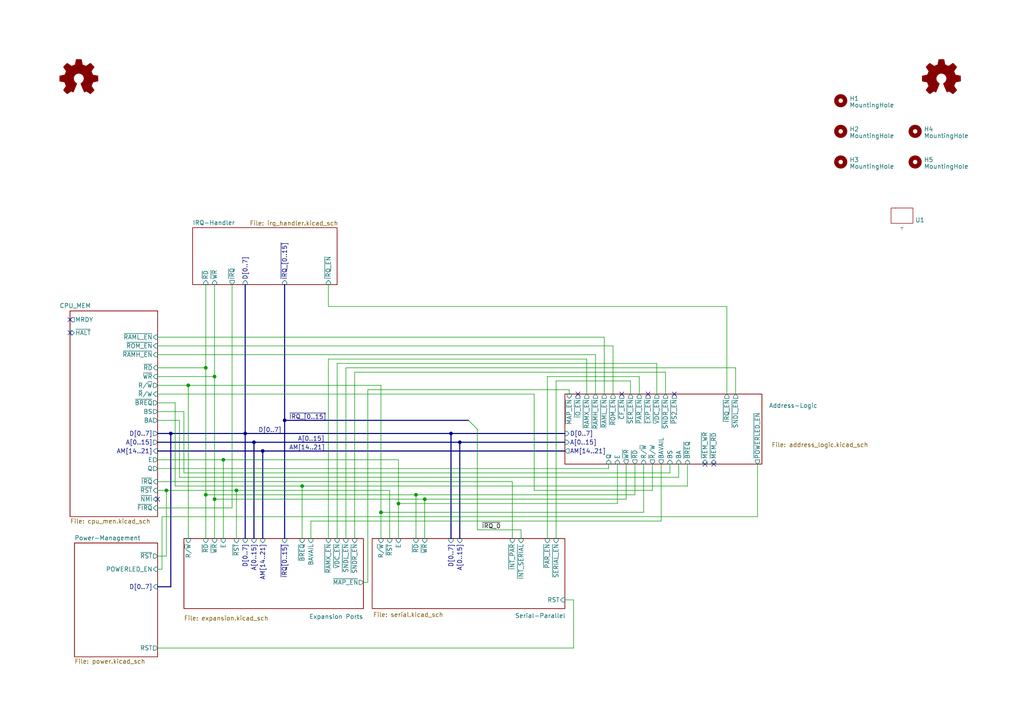
<source format=kicad_sch>
(kicad_sch
	(version 20231120)
	(generator "eeschema")
	(generator_version "8.0")
	(uuid "4cf1c087-5c32-4958-ab30-5e92afc4ef4b")
	(paper "A4")
	(lib_symbols
		(symbol "Graphic:Logo_Open_Hardware_Small"
			(exclude_from_sim no)
			(in_bom no)
			(on_board no)
			(property "Reference" "#SYM"
				(at 0 6.985 0)
				(effects
					(font
						(size 1.27 1.27)
					)
					(hide yes)
				)
			)
			(property "Value" "Logo_Open_Hardware_Small"
				(at 0 -5.715 0)
				(effects
					(font
						(size 1.27 1.27)
					)
					(hide yes)
				)
			)
			(property "Footprint" ""
				(at 0 0 0)
				(effects
					(font
						(size 1.27 1.27)
					)
					(hide yes)
				)
			)
			(property "Datasheet" "~"
				(at 0 0 0)
				(effects
					(font
						(size 1.27 1.27)
					)
					(hide yes)
				)
			)
			(property "Description" "Open Hardware logo, small"
				(at 0 0 0)
				(effects
					(font
						(size 1.27 1.27)
					)
					(hide yes)
				)
			)
			(property "Sim.Enable" "0"
				(at 0 0 0)
				(effects
					(font
						(size 1.27 1.27)
					)
					(hide yes)
				)
			)
			(property "ki_keywords" "Logo"
				(at 0 0 0)
				(effects
					(font
						(size 1.27 1.27)
					)
					(hide yes)
				)
			)
			(symbol "Logo_Open_Hardware_Small_0_1"
				(polyline
					(pts
						(xy 3.3528 -4.3434) (xy 3.302 -4.318) (xy 3.175 -4.2418) (xy 2.9972 -4.1148) (xy 2.7686 -3.9624)
						(xy 2.54 -3.81) (xy 2.3622 -3.7084) (xy 2.2352 -3.6068) (xy 2.1844 -3.5814) (xy 2.159 -3.6068)
						(xy 2.0574 -3.6576) (xy 1.905 -3.7338) (xy 1.8034 -3.7846) (xy 1.6764 -3.8354) (xy 1.6002 -3.8354)
						(xy 1.6002 -3.8354) (xy 1.5494 -3.7338) (xy 1.4732 -3.5306) (xy 1.3462 -3.302) (xy 1.2446 -3.0226)
						(xy 1.1176 -2.7178) (xy 0.9652 -2.413) (xy 0.8636 -2.1082) (xy 0.7366 -1.8288) (xy 0.6604 -1.6256)
						(xy 0.6096 -1.4732) (xy 0.5842 -1.397) (xy 0.5842 -1.397) (xy 0.6604 -1.3208) (xy 0.7874 -1.2446)
						(xy 1.0414 -1.016) (xy 1.2954 -0.6858) (xy 1.4478 -0.3302) (xy 1.524 0.0762) (xy 1.4732 0.4572)
						(xy 1.3208 0.8128) (xy 1.0668 1.143) (xy 0.762 1.3716) (xy 0.4064 1.524) (xy 0 1.5748) (xy -0.381 1.5494)
						(xy -0.7366 1.397) (xy -1.0668 1.143) (xy -1.2192 0.9906) (xy -1.397 0.6604) (xy -1.524 0.3048)
						(xy -1.524 0.2286) (xy -1.4986 -0.1778) (xy -1.397 -0.5334) (xy -1.1938 -0.8636) (xy -0.9144 -1.143)
						(xy -0.8636 -1.1684) (xy -0.7366 -1.27) (xy -0.635 -1.3462) (xy -0.5842 -1.397) (xy -1.0668 -2.5908)
						(xy -1.143 -2.794) (xy -1.2954 -3.1242) (xy -1.397 -3.4036) (xy -1.4986 -3.6322) (xy -1.5748 -3.7846)
						(xy -1.6002 -3.8354) (xy -1.6002 -3.8354) (xy -1.651 -3.8354) (xy -1.7272 -3.81) (xy -1.905 -3.7338)
						(xy -2.0066 -3.683) (xy -2.1336 -3.6068) (xy -2.2098 -3.5814) (xy -2.2606 -3.6068) (xy -2.3622 -3.683)
						(xy -2.54 -3.81) (xy -2.7686 -3.9624) (xy -2.9718 -4.0894) (xy -3.1496 -4.2164) (xy -3.302 -4.318)
						(xy -3.3528 -4.3434) (xy -3.3782 -4.3434) (xy -3.429 -4.318) (xy -3.5306 -4.2164) (xy -3.7084 -4.064)
						(xy -3.937 -3.8354) (xy -3.9624 -3.81) (xy -4.1656 -3.6068) (xy -4.318 -3.4544) (xy -4.4196 -3.3274)
						(xy -4.445 -3.2766) (xy -4.445 -3.2766) (xy -4.4196 -3.2258) (xy -4.318 -3.0734) (xy -4.2164 -2.8956)
						(xy -4.064 -2.667) (xy -3.6576 -2.0828) (xy -3.8862 -1.5494) (xy -3.937 -1.3716) (xy -4.0386 -1.1684)
						(xy -4.0894 -1.0414) (xy -4.1148 -0.9652) (xy -4.191 -0.9398) (xy -4.318 -0.9144) (xy -4.5466 -0.8636)
						(xy -4.8006 -0.8128) (xy -5.0546 -0.7874) (xy -5.2578 -0.7366) (xy -5.4356 -0.7112) (xy -5.5118 -0.6858)
						(xy -5.5118 -0.6858) (xy -5.5372 -0.635) (xy -5.5372 -0.5588) (xy -5.5372 -0.4318) (xy -5.5626 -0.2286)
						(xy -5.5626 0.0762) (xy -5.5626 0.127) (xy -5.5372 0.4064) (xy -5.5372 0.635) (xy -5.5372 0.762)
						(xy -5.5372 0.8382) (xy -5.5372 0.8382) (xy -5.461 0.8382) (xy -5.3086 0.889) (xy -5.08 0.9144)
						(xy -4.826 0.9652) (xy -4.8006 0.9906) (xy -4.5466 1.0414) (xy -4.318 1.0668) (xy -4.1656 1.1176)
						(xy -4.0894 1.143) (xy -4.0894 1.143) (xy -4.0386 1.2446) (xy -3.9624 1.4224) (xy -3.8608 1.6256)
						(xy -3.7846 1.8288) (xy -3.7084 2.0066) (xy -3.6576 2.159) (xy -3.6322 2.2098) (xy -3.6322 2.2098)
						(xy -3.683 2.286) (xy -3.7592 2.413) (xy -3.8862 2.5908) (xy -4.064 2.8194) (xy -4.064 2.8448)
						(xy -4.2164 3.0734) (xy -4.3434 3.2512) (xy -4.4196 3.3782) (xy -4.445 3.4544) (xy -4.445 3.4544)
						(xy -4.3942 3.5052) (xy -4.2926 3.6322) (xy -4.1148 3.81) (xy -3.937 4.0132) (xy -3.8608 4.064)
						(xy -3.6576 4.2926) (xy -3.5052 4.4196) (xy -3.4036 4.4958) (xy -3.3528 4.5212) (xy -3.3528 4.5212)
						(xy -3.302 4.4704) (xy -3.1496 4.3688) (xy -2.9718 4.2418) (xy -2.7432 4.0894) (xy -2.7178 4.0894)
						(xy -2.4892 3.937) (xy -2.3114 3.81) (xy -2.1844 3.7084) (xy -2.1336 3.683) (xy -2.1082 3.683)
						(xy -2.032 3.7084) (xy -1.8542 3.7592) (xy -1.6764 3.8354) (xy -1.4732 3.937) (xy -1.27 4.0132)
						(xy -1.143 4.064) (xy -1.0668 4.1148) (xy -1.0668 4.1148) (xy -1.0414 4.191) (xy -1.016 4.3434)
						(xy -0.9652 4.572) (xy -0.9144 4.8514) (xy -0.889 4.9022) (xy -0.8382 5.1562) (xy -0.8128 5.3848)
						(xy -0.7874 5.5372) (xy -0.762 5.588) (xy -0.7112 5.6134) (xy -0.5842 5.6134) (xy -0.4064 5.6134)
						(xy -0.1524 5.6134) (xy 0.0762 5.6134) (xy 0.3302 5.6134) (xy 0.5334 5.6134) (xy 0.6858 5.588)
						(xy 0.7366 5.588) (xy 0.7366 5.588) (xy 0.762 5.5118) (xy 0.8128 5.334) (xy 0.8382 5.1054) (xy 0.9144 4.826)
						(xy 0.9144 4.7752) (xy 0.9652 4.5212) (xy 1.016 4.2926) (xy 1.0414 4.1402) (xy 1.0668 4.0894)
						(xy 1.0668 4.0894) (xy 1.1938 4.0386) (xy 1.3716 3.9624) (xy 1.5748 3.8608) (xy 2.0828 3.6576)
						(xy 2.7178 4.0894) (xy 2.7686 4.1402) (xy 2.9972 4.2926) (xy 3.175 4.4196) (xy 3.302 4.4958) (xy 3.3782 4.5212)
						(xy 3.3782 4.5212) (xy 3.429 4.4704) (xy 3.556 4.3434) (xy 3.7338 4.191) (xy 3.9116 3.9878) (xy 4.064 3.8354)
						(xy 4.2418 3.6576) (xy 4.3434 3.556) (xy 4.4196 3.4798) (xy 4.4196 3.429) (xy 4.4196 3.4036) (xy 4.3942 3.3274)
						(xy 4.2926 3.2004) (xy 4.1656 2.9972) (xy 4.0132 2.794) (xy 3.8862 2.5908) (xy 3.7592 2.3876)
						(xy 3.6576 2.2352) (xy 3.6322 2.159) (xy 3.6322 2.1336) (xy 3.683 2.0066) (xy 3.7592 1.8288) (xy 3.8608 1.6002)
						(xy 4.064 1.1176) (xy 4.3942 1.0414) (xy 4.5974 1.016) (xy 4.8768 0.9652) (xy 5.1308 0.9144) (xy 5.5372 0.8382)
						(xy 5.5626 -0.6604) (xy 5.4864 -0.6858) (xy 5.4356 -0.6858) (xy 5.2832 -0.7366) (xy 5.0546 -0.762)
						(xy 4.8006 -0.8128) (xy 4.5974 -0.8636) (xy 4.3688 -0.9144) (xy 4.2164 -0.9398) (xy 4.1402 -0.9398)
						(xy 4.1148 -0.9652) (xy 4.064 -1.0668) (xy 3.9878 -1.2446) (xy 3.9116 -1.4478) (xy 3.81 -1.651)
						(xy 3.7338 -1.8542) (xy 3.683 -2.0066) (xy 3.6576 -2.0828) (xy 3.683 -2.1336) (xy 3.7846 -2.2606)
						(xy 3.8862 -2.4638) (xy 4.0386 -2.667) (xy 4.191 -2.8956) (xy 4.318 -3.0734) (xy 4.3942 -3.2004)
						(xy 4.445 -3.2766) (xy 4.4196 -3.3274) (xy 4.3434 -3.429) (xy 4.1656 -3.5814) (xy 3.937 -3.8354)
						(xy 3.8862 -3.8608) (xy 3.683 -4.064) (xy 3.5306 -4.2164) (xy 3.4036 -4.318) (xy 3.3528 -4.3434)
					)
					(stroke
						(width 0)
						(type default)
					)
					(fill
						(type outline)
					)
				)
			)
		)
		(symbol "Mechanical:MountingHole"
			(pin_names
				(offset 1.016)
			)
			(exclude_from_sim no)
			(in_bom yes)
			(on_board yes)
			(property "Reference" "H"
				(at 0 5.08 0)
				(effects
					(font
						(size 1.27 1.27)
					)
				)
			)
			(property "Value" "MountingHole"
				(at 0 3.175 0)
				(effects
					(font
						(size 1.27 1.27)
					)
				)
			)
			(property "Footprint" ""
				(at 0 0 0)
				(effects
					(font
						(size 1.27 1.27)
					)
					(hide yes)
				)
			)
			(property "Datasheet" "~"
				(at 0 0 0)
				(effects
					(font
						(size 1.27 1.27)
					)
					(hide yes)
				)
			)
			(property "Description" "Mounting Hole without connection"
				(at 0 0 0)
				(effects
					(font
						(size 1.27 1.27)
					)
					(hide yes)
				)
			)
			(property "ki_keywords" "mounting hole"
				(at 0 0 0)
				(effects
					(font
						(size 1.27 1.27)
					)
					(hide yes)
				)
			)
			(property "ki_fp_filters" "MountingHole*"
				(at 0 0 0)
				(effects
					(font
						(size 1.27 1.27)
					)
					(hide yes)
				)
			)
			(symbol "MountingHole_0_1"
				(circle
					(center 0 0)
					(radius 1.27)
					(stroke
						(width 1.27)
						(type default)
					)
					(fill
						(type none)
					)
				)
			)
		)
		(symbol "motherboard:mITX"
			(exclude_from_sim no)
			(in_bom yes)
			(on_board yes)
			(property "Reference" "U"
				(at 0 0 0)
				(effects
					(font
						(size 1.27 1.27)
					)
				)
			)
			(property "Value" ""
				(at 0 0 0)
				(effects
					(font
						(size 1.27 1.27)
					)
				)
			)
			(property "Footprint" "motherboard:mITX"
				(at 0 0 0)
				(effects
					(font
						(size 1.27 1.27)
					)
					(hide yes)
				)
			)
			(property "Datasheet" ""
				(at 0 0 0)
				(effects
					(font
						(size 1.27 1.27)
					)
					(hide yes)
				)
			)
			(property "Description" ""
				(at 0 0 0)
				(effects
					(font
						(size 1.27 1.27)
					)
					(hide yes)
				)
			)
			(symbol "mITX_0_1"
				(rectangle
					(start -3.175 5.715)
					(end 3.175 1.27)
					(stroke
						(width 0)
						(type default)
					)
					(fill
						(type none)
					)
				)
				(rectangle
					(start -1.905 5.715)
					(end -1.905 5.715)
					(stroke
						(width 0)
						(type default)
					)
					(fill
						(type none)
					)
				)
				(rectangle
					(start -1.905 5.715)
					(end -1.905 5.715)
					(stroke
						(width 0)
						(type default)
					)
					(fill
						(type none)
					)
				)
				(rectangle
					(start 0 -0.635)
					(end 0 -0.635)
					(stroke
						(width 0)
						(type default)
					)
					(fill
						(type none)
					)
				)
				(rectangle
					(start 0 -0.635)
					(end 0 -0.635)
					(stroke
						(width 0)
						(type default)
					)
					(fill
						(type none)
					)
				)
			)
		)
	)
	(junction
		(at 59.69 106.68)
		(diameter 0)
		(color 0 0 0 0)
		(uuid "0c35ef48-068f-4fe8-be5d-31f9a9be0abe")
	)
	(junction
		(at 49.53 125.73)
		(diameter 0)
		(color 0 0 0 0)
		(uuid "13fe53d7-8198-41a0-89fc-81fcb55cf35f")
	)
	(junction
		(at 62.23 109.22)
		(diameter 0)
		(color 0 0 0 0)
		(uuid "1b052e2b-9846-46e6-83fe-d041cdc5aad4")
	)
	(junction
		(at 76.2 130.81)
		(diameter 0)
		(color 0 0 0 0)
		(uuid "238b032a-bb13-47ce-9cb4-2b92eb414fb4")
	)
	(junction
		(at 110.49 148.59)
		(diameter 0)
		(color 0 0 0 0)
		(uuid "246a0cf4-6db3-4bb7-9487-70686ab04d6e")
	)
	(junction
		(at 133.35 128.27)
		(diameter 0)
		(color 0 0 0 0)
		(uuid "277f89f3-b8ba-4bcc-9b52-05296d4d3750")
	)
	(junction
		(at 120.65 143.51)
		(diameter 0)
		(color 0 0 0 0)
		(uuid "3ab77c98-3eb1-4b49-b113-d6270e663582")
	)
	(junction
		(at 68.58 142.24)
		(diameter 0)
		(color 0 0 0 0)
		(uuid "3f41441b-c9dd-4908-bd2f-3b66c4508e0c")
	)
	(junction
		(at 71.12 125.73)
		(diameter 0)
		(color 0 0 0 0)
		(uuid "48d24ff3-5a50-4fd1-b692-c5c0a3219cd5")
	)
	(junction
		(at 64.77 133.35)
		(diameter 0)
		(color 0 0 0 0)
		(uuid "530c8fe4-a7f8-47ef-97d6-223064fb19cd")
	)
	(junction
		(at 54.61 111.76)
		(diameter 0)
		(color 0 0 0 0)
		(uuid "55e7ac78-963b-4196-b229-93edbb9cd30b")
	)
	(junction
		(at 48.26 142.24)
		(diameter 0)
		(color 0 0 0 0)
		(uuid "83664fde-73b8-40e1-b6d1-adf2fe3d46f1")
	)
	(junction
		(at 130.81 125.73)
		(diameter 0)
		(color 0 0 0 0)
		(uuid "94bebd48-f151-4bf0-b828-ece434f87ed9")
	)
	(junction
		(at 59.69 143.51)
		(diameter 0)
		(color 0 0 0 0)
		(uuid "952b1038-b77f-40fb-9d17-da572487e6ec")
	)
	(junction
		(at 62.23 144.78)
		(diameter 0)
		(color 0 0 0 0)
		(uuid "a6ba641f-53b3-4c95-b8e6-a122b76e9e6e")
	)
	(junction
		(at 82.55 121.92)
		(diameter 0)
		(color 0 0 0 0)
		(uuid "b8a4c36d-2f04-47af-96d3-847b81628a28")
	)
	(junction
		(at 123.19 144.78)
		(diameter 0)
		(color 0 0 0 0)
		(uuid "c7fdc8dc-f4d5-4bab-b6d8-eabbf79e5588")
	)
	(junction
		(at 73.66 128.27)
		(diameter 0)
		(color 0 0 0 0)
		(uuid "d7474274-c202-40a8-8da8-170b5fc4dc4f")
	)
	(junction
		(at 115.57 146.05)
		(diameter 0)
		(color 0 0 0 0)
		(uuid "ea4e7bde-fa29-4777-bc39-a0b500490ad9")
	)
	(junction
		(at 87.63 140.97)
		(diameter 0)
		(color 0 0 0 0)
		(uuid "f6ad3577-ff40-44a9-8c96-af496c281ae8")
	)
	(no_connect
		(at 20.32 96.52)
		(uuid "063eeeb9-41b6-4331-bb80-6ea00733e20d")
	)
	(no_connect
		(at 45.72 144.78)
		(uuid "37b4d194-e57b-4b38-9e98-f13c365983c5")
	)
	(no_connect
		(at 204.47 134.62)
		(uuid "4829c488-6870-4bf9-8a39-983b5ce916ed")
	)
	(no_connect
		(at 187.96 114.3)
		(uuid "9b857e10-bcf7-40c6-b9b2-7dfb64811dcb")
	)
	(no_connect
		(at 207.01 134.62)
		(uuid "9c594292-312e-48cd-ab8d-c1523a574afb")
	)
	(no_connect
		(at 167.64 114.3)
		(uuid "9c5d8857-a79d-4381-8e1e-1bb968a1afd0")
	)
	(no_connect
		(at 180.34 114.3)
		(uuid "9ee219b2-9341-4827-a281-e5fbc7169ef4")
	)
	(no_connect
		(at 20.32 92.71)
		(uuid "b9b3f625-f3af-4e9c-af90-bbf1d86f9357")
	)
	(no_connect
		(at 195.58 114.3)
		(uuid "febd103d-b308-4bca-8fcf-16276bb7052e")
	)
	(bus_entry
		(at 135.89 121.92)
		(size 2.54 2.54)
		(stroke
			(width 0)
			(type default)
		)
		(uuid "1ab5221b-121a-44c9-823d-ea761c9b4428")
	)
	(wire
		(pts
			(xy 45.72 109.22) (xy 62.23 109.22)
		)
		(stroke
			(width 0)
			(type default)
		)
		(uuid "01bee8e6-a388-4408-aa93-001719b2eab9")
	)
	(wire
		(pts
			(xy 62.23 109.22) (xy 62.23 144.78)
		)
		(stroke
			(width 0)
			(type default)
		)
		(uuid "04222302-99ed-43bf-b16d-80a016914400")
	)
	(wire
		(pts
			(xy 110.49 111.76) (xy 110.49 148.59)
		)
		(stroke
			(width 0)
			(type default)
		)
		(uuid "048eb5dd-80a1-417e-a714-ca98480035f1")
	)
	(wire
		(pts
			(xy 54.61 111.76) (xy 54.61 156.21)
		)
		(stroke
			(width 0)
			(type default)
		)
		(uuid "0884f0aa-6271-4a03-b8aa-f931afbeb6fd")
	)
	(wire
		(pts
			(xy 62.23 156.21) (xy 62.23 144.78)
		)
		(stroke
			(width 0)
			(type default)
		)
		(uuid "0ab6360d-2131-4c30-8500-8d51d88de802")
	)
	(wire
		(pts
			(xy 179.07 146.05) (xy 179.07 134.62)
		)
		(stroke
			(width 0)
			(type default)
		)
		(uuid "0b24506d-1ecc-4979-9a12-7bfa3a6dc9db")
	)
	(wire
		(pts
			(xy 45.72 106.68) (xy 59.69 106.68)
		)
		(stroke
			(width 0)
			(type default)
		)
		(uuid "0f52fdec-ca32-4537-8a75-eb619b32a392")
	)
	(wire
		(pts
			(xy 193.04 107.95) (xy 193.04 114.3)
		)
		(stroke
			(width 0)
			(type default)
		)
		(uuid "0fb4768a-288b-4eb9-8c06-fc33e9c1922a")
	)
	(wire
		(pts
			(xy 45.72 111.76) (xy 54.61 111.76)
		)
		(stroke
			(width 0)
			(type default)
		)
		(uuid "118be966-db3c-4741-a8a4-542e86ab6e43")
	)
	(wire
		(pts
			(xy 59.69 82.55) (xy 59.69 106.68)
		)
		(stroke
			(width 0)
			(type default)
		)
		(uuid "14d6da47-27d5-4deb-a7ef-2390cfec514b")
	)
	(wire
		(pts
			(xy 172.72 102.87) (xy 172.72 114.3)
		)
		(stroke
			(width 0)
			(type default)
		)
		(uuid "197b608e-bcd8-4471-8ba6-316929f2342a")
	)
	(wire
		(pts
			(xy 158.75 156.21) (xy 158.75 109.22)
		)
		(stroke
			(width 0)
			(type default)
		)
		(uuid "1d458c68-4807-490d-8262-aac0312fbcbf")
	)
	(wire
		(pts
			(xy 185.42 109.22) (xy 185.42 114.3)
		)
		(stroke
			(width 0)
			(type default)
		)
		(uuid "1f2e9350-4b03-41fd-9605-965b5009070b")
	)
	(wire
		(pts
			(xy 90.17 151.13) (xy 90.17 156.21)
		)
		(stroke
			(width 0)
			(type default)
		)
		(uuid "1f6059f5-a071-4ac9-bc8a-0e1ce7903e8d")
	)
	(wire
		(pts
			(xy 46.99 165.1) (xy 45.72 165.1)
		)
		(stroke
			(width 0)
			(type default)
		)
		(uuid "209a5029-d003-466e-905a-952a482dae56")
	)
	(wire
		(pts
			(xy 53.34 137.16) (xy 194.31 137.16)
		)
		(stroke
			(width 0)
			(type default)
		)
		(uuid "23812494-1928-4a59-95e9-28731094ab1a")
	)
	(wire
		(pts
			(xy 45.72 100.33) (xy 177.8 100.33)
		)
		(stroke
			(width 0)
			(type default)
		)
		(uuid "241f7f98-bfb5-400d-b67b-a77334de089f")
	)
	(bus
		(pts
			(xy 133.35 128.27) (xy 133.35 156.21)
		)
		(stroke
			(width 0)
			(type default)
		)
		(uuid "259b718a-20b0-4c68-b287-a911c3bb7d62")
	)
	(wire
		(pts
			(xy 87.63 140.97) (xy 87.63 156.21)
		)
		(stroke
			(width 0)
			(type default)
		)
		(uuid "25d74a21-95d8-4576-ba81-7154ff0ee969")
	)
	(wire
		(pts
			(xy 45.72 161.29) (xy 48.26 161.29)
		)
		(stroke
			(width 0)
			(type default)
		)
		(uuid "26cea193-107b-4a0a-af37-4009fb36c46f")
	)
	(wire
		(pts
			(xy 158.75 109.22) (xy 185.42 109.22)
		)
		(stroke
			(width 0)
			(type default)
		)
		(uuid "279e11ec-84fb-4924-8a53-a46410ca32e7")
	)
	(wire
		(pts
			(xy 120.65 143.51) (xy 120.65 156.21)
		)
		(stroke
			(width 0)
			(type default)
		)
		(uuid "29d35b52-f480-4624-84ad-27980a79fea5")
	)
	(wire
		(pts
			(xy 213.36 106.68) (xy 213.36 114.3)
		)
		(stroke
			(width 0)
			(type default)
		)
		(uuid "2d28c299-262b-4e6c-940d-f42d0f530b15")
	)
	(bus
		(pts
			(xy 130.81 125.73) (xy 130.81 156.21)
		)
		(stroke
			(width 0)
			(type default)
		)
		(uuid "2d8621da-ba1d-4d42-acc6-5b3c0359e408")
	)
	(wire
		(pts
			(xy 191.77 134.62) (xy 191.77 151.13)
		)
		(stroke
			(width 0)
			(type default)
		)
		(uuid "322722d9-50da-45fb-a984-c21a2f1557e6")
	)
	(wire
		(pts
			(xy 166.37 173.99) (xy 163.83 173.99)
		)
		(stroke
			(width 0)
			(type default)
		)
		(uuid "32ec297b-c91f-4e91-ae88-925e7759c45c")
	)
	(wire
		(pts
			(xy 52.07 138.43) (xy 52.07 121.92)
		)
		(stroke
			(width 0)
			(type default)
		)
		(uuid "33300a9e-f156-4d36-afc3-0e74ee5cbb88")
	)
	(bus
		(pts
			(xy 73.66 128.27) (xy 73.66 156.21)
		)
		(stroke
			(width 0)
			(type default)
		)
		(uuid "3344fa68-885e-4a48-9d68-8f84ae17425c")
	)
	(wire
		(pts
			(xy 68.58 142.24) (xy 113.03 142.24)
		)
		(stroke
			(width 0)
			(type default)
		)
		(uuid "33751e41-6354-4402-952c-c34f02a784c8")
	)
	(bus
		(pts
			(xy 49.53 125.73) (xy 45.72 125.73)
		)
		(stroke
			(width 0)
			(type default)
		)
		(uuid "344ca0d9-b35a-4f97-9b55-caf06f75a5ec")
	)
	(wire
		(pts
			(xy 59.69 143.51) (xy 59.69 156.21)
		)
		(stroke
			(width 0)
			(type default)
		)
		(uuid "35cbb22b-3568-4447-89e1-762c2a6638d6")
	)
	(wire
		(pts
			(xy 194.31 137.16) (xy 194.31 134.62)
		)
		(stroke
			(width 0)
			(type default)
		)
		(uuid "3c2a07af-6818-462e-aa9f-95d8cc2c048b")
	)
	(wire
		(pts
			(xy 46.99 149.86) (xy 46.99 165.1)
		)
		(stroke
			(width 0)
			(type default)
		)
		(uuid "3ce1c4ab-db54-40f8-893f-8d575efdc39d")
	)
	(bus
		(pts
			(xy 45.72 130.81) (xy 76.2 130.81)
		)
		(stroke
			(width 0)
			(type default)
		)
		(uuid "400b64f2-44cc-4a8a-9687-a2d686e09c52")
	)
	(wire
		(pts
			(xy 54.61 111.76) (xy 110.49 111.76)
		)
		(stroke
			(width 0)
			(type default)
		)
		(uuid "406d7302-9730-44d9-9a46-f8ad6a9be078")
	)
	(wire
		(pts
			(xy 45.72 119.38) (xy 53.34 119.38)
		)
		(stroke
			(width 0)
			(type default)
		)
		(uuid "40baf2fa-c340-49a0-a100-277a1f4fe082")
	)
	(wire
		(pts
			(xy 106.68 168.91) (xy 106.68 113.03)
		)
		(stroke
			(width 0)
			(type default)
		)
		(uuid "40c4de33-49c1-4b57-a95f-cbdfcc5fc712")
	)
	(wire
		(pts
			(xy 97.79 156.21) (xy 97.79 105.41)
		)
		(stroke
			(width 0)
			(type default)
		)
		(uuid "4280e2e8-79e4-40c9-8eef-0c3cbe29795e")
	)
	(wire
		(pts
			(xy 123.19 144.78) (xy 123.19 156.21)
		)
		(stroke
			(width 0)
			(type default)
		)
		(uuid "4353e19b-a928-43bf-be4f-b2a3af1c1826")
	)
	(wire
		(pts
			(xy 196.85 134.62) (xy 196.85 138.43)
		)
		(stroke
			(width 0)
			(type default)
		)
		(uuid "4a17c797-e99e-487f-a3ba-84070f139461")
	)
	(wire
		(pts
			(xy 45.72 135.89) (xy 176.53 135.89)
		)
		(stroke
			(width 0)
			(type default)
		)
		(uuid "4cc5ac6a-d4f2-4445-b0ea-46ae33e8b17a")
	)
	(bus
		(pts
			(xy 73.66 128.27) (xy 133.35 128.27)
		)
		(stroke
			(width 0)
			(type default)
		)
		(uuid "4e06b080-6c55-48bd-ba38-3878d26270f6")
	)
	(wire
		(pts
			(xy 45.72 187.96) (xy 166.37 187.96)
		)
		(stroke
			(width 0)
			(type default)
		)
		(uuid "4e50ae45-a1c7-4859-9088-ccec7ee5f130")
	)
	(bus
		(pts
			(xy 76.2 130.81) (xy 76.2 156.21)
		)
		(stroke
			(width 0)
			(type default)
		)
		(uuid "501dad52-fbe5-4d62-9034-d18d09b7254e")
	)
	(bus
		(pts
			(xy 133.35 128.27) (xy 163.83 128.27)
		)
		(stroke
			(width 0)
			(type default)
		)
		(uuid "53c564f1-7c74-40c3-b71c-a492b41ec996")
	)
	(wire
		(pts
			(xy 175.26 97.79) (xy 175.26 114.3)
		)
		(stroke
			(width 0)
			(type default)
		)
		(uuid "544d0d3e-021c-4542-99ad-a1c153f4606a")
	)
	(wire
		(pts
			(xy 50.8 140.97) (xy 87.63 140.97)
		)
		(stroke
			(width 0)
			(type default)
		)
		(uuid "54575073-86c5-4f81-a763-6c93d3c0a60f")
	)
	(wire
		(pts
			(xy 177.8 100.33) (xy 177.8 114.3)
		)
		(stroke
			(width 0)
			(type default)
		)
		(uuid "55e0b9cb-dac4-41b7-9cfa-4e7b9469f3f5")
	)
	(bus
		(pts
			(xy 82.55 121.92) (xy 135.89 121.92)
		)
		(stroke
			(width 0)
			(type default)
		)
		(uuid "55f972c0-e106-4a3b-961d-9a2a22ecc961")
	)
	(wire
		(pts
			(xy 97.79 105.41) (xy 190.5 105.41)
		)
		(stroke
			(width 0)
			(type default)
		)
		(uuid "560be15c-4d46-4ca7-a7bf-40acd43c7dcc")
	)
	(wire
		(pts
			(xy 110.49 148.59) (xy 186.69 148.59)
		)
		(stroke
			(width 0)
			(type default)
		)
		(uuid "5b039efc-993f-430b-a88d-4c88f8162347")
	)
	(wire
		(pts
			(xy 190.5 105.41) (xy 190.5 114.3)
		)
		(stroke
			(width 0)
			(type default)
		)
		(uuid "5e6c6e3d-0f55-4cc4-8c5f-a5bea9d0d3fb")
	)
	(wire
		(pts
			(xy 62.23 144.78) (xy 123.19 144.78)
		)
		(stroke
			(width 0)
			(type default)
		)
		(uuid "667386e2-3abf-442d-98d8-cd081c8df5be")
	)
	(wire
		(pts
			(xy 154.94 114.3) (xy 154.94 142.24)
		)
		(stroke
			(width 0)
			(type default)
		)
		(uuid "66794f32-9365-409b-a9ae-564afc546424")
	)
	(wire
		(pts
			(xy 106.68 168.91) (xy 105.41 168.91)
		)
		(stroke
			(width 0)
			(type default)
		)
		(uuid "66aff1c4-581b-41b1-9ce6-7c65b4a97854")
	)
	(wire
		(pts
			(xy 138.43 153.67) (xy 151.13 153.67)
		)
		(stroke
			(width 0)
			(type default)
		)
		(uuid "67574f6d-895b-4a04-acd4-c262f7a717d6")
	)
	(bus
		(pts
			(xy 45.72 128.27) (xy 73.66 128.27)
		)
		(stroke
			(width 0)
			(type default)
		)
		(uuid "678efe19-e6db-40e1-8115-3c07ccf346b0")
	)
	(wire
		(pts
			(xy 48.26 161.29) (xy 48.26 142.24)
		)
		(stroke
			(width 0)
			(type default)
		)
		(uuid "690c2c58-5ced-4282-8a88-8505eb574498")
	)
	(wire
		(pts
			(xy 115.57 133.35) (xy 115.57 146.05)
		)
		(stroke
			(width 0)
			(type default)
		)
		(uuid "6a293054-403d-455b-b8d2-7081a0cd7117")
	)
	(wire
		(pts
			(xy 100.33 106.68) (xy 213.36 106.68)
		)
		(stroke
			(width 0)
			(type default)
		)
		(uuid "6baee64a-02df-4a98-852e-794c4f8bd993")
	)
	(wire
		(pts
			(xy 210.82 88.9) (xy 210.82 114.3)
		)
		(stroke
			(width 0)
			(type default)
		)
		(uuid "6ccade6b-4c1d-47ae-978a-e612e15c04fc")
	)
	(wire
		(pts
			(xy 100.33 156.21) (xy 100.33 106.68)
		)
		(stroke
			(width 0)
			(type default)
		)
		(uuid "731040c9-6786-482d-baa3-f74fab46e7cc")
	)
	(wire
		(pts
			(xy 45.72 147.32) (xy 67.31 147.32)
		)
		(stroke
			(width 0)
			(type default)
		)
		(uuid "7347256e-4aaa-433b-a17c-8e292b4555c5")
	)
	(wire
		(pts
			(xy 191.77 151.13) (xy 90.17 151.13)
		)
		(stroke
			(width 0)
			(type default)
		)
		(uuid "74b68cd9-0a8d-43ab-b2f3-81ce27911f4c")
	)
	(bus
		(pts
			(xy 71.12 125.73) (xy 49.53 125.73)
		)
		(stroke
			(width 0)
			(type default)
		)
		(uuid "7566dfd5-1d5b-4bc9-8bb0-6b2037aa58ea")
	)
	(wire
		(pts
			(xy 219.71 134.62) (xy 219.71 149.86)
		)
		(stroke
			(width 0)
			(type default)
		)
		(uuid "75871a9c-5472-418e-818d-3a642b75736f")
	)
	(bus
		(pts
			(xy 71.12 82.55) (xy 71.12 125.73)
		)
		(stroke
			(width 0)
			(type default)
		)
		(uuid "781d881e-4c71-4f3a-b9c4-29a342f95c9c")
	)
	(wire
		(pts
			(xy 184.15 134.62) (xy 184.15 143.51)
		)
		(stroke
			(width 0)
			(type default)
		)
		(uuid "7b08be47-9e74-4ca3-bbb5-5afef17f6075")
	)
	(wire
		(pts
			(xy 106.68 113.03) (xy 165.1 113.03)
		)
		(stroke
			(width 0)
			(type default)
		)
		(uuid "7bb283ff-43d2-4c60-ab47-fd6fb481052c")
	)
	(wire
		(pts
			(xy 182.88 110.49) (xy 182.88 114.3)
		)
		(stroke
			(width 0)
			(type default)
		)
		(uuid "7c2e0f8f-02a3-471a-8acc-c4854eddec88")
	)
	(wire
		(pts
			(xy 115.57 146.05) (xy 115.57 156.21)
		)
		(stroke
			(width 0)
			(type default)
		)
		(uuid "7fffcb1a-7d8e-4058-a87d-1cca58956a27")
	)
	(wire
		(pts
			(xy 48.26 142.24) (xy 68.58 142.24)
		)
		(stroke
			(width 0)
			(type default)
		)
		(uuid "843aa8e5-ffd8-45c3-91a2-c5fa9d559820")
	)
	(bus
		(pts
			(xy 130.81 125.73) (xy 163.83 125.73)
		)
		(stroke
			(width 0)
			(type default)
		)
		(uuid "859868aa-45e3-4378-b126-33320909a53e")
	)
	(wire
		(pts
			(xy 189.23 142.24) (xy 189.23 134.62)
		)
		(stroke
			(width 0)
			(type default)
		)
		(uuid "8796d0d6-0f00-4be5-9a39-7d17c0f5fe9f")
	)
	(wire
		(pts
			(xy 45.72 114.3) (xy 154.94 114.3)
		)
		(stroke
			(width 0)
			(type default)
		)
		(uuid "8ad46cda-8f99-4cae-af71-365efd7e2484")
	)
	(wire
		(pts
			(xy 170.18 104.14) (xy 170.18 114.3)
		)
		(stroke
			(width 0)
			(type default)
		)
		(uuid "8b8def18-6957-4822-b87c-e6400c4b73ad")
	)
	(bus
		(pts
			(xy 71.12 125.73) (xy 130.81 125.73)
		)
		(stroke
			(width 0)
			(type default)
		)
		(uuid "8bcda15b-733d-461c-9aac-51537f42495c")
	)
	(wire
		(pts
			(xy 59.69 106.68) (xy 59.69 143.51)
		)
		(stroke
			(width 0)
			(type default)
		)
		(uuid "9111cff7-8e4e-4348-8255-8913485f2e94")
	)
	(wire
		(pts
			(xy 48.26 142.24) (xy 45.72 142.24)
		)
		(stroke
			(width 0)
			(type default)
		)
		(uuid "93ab3b9b-3b9f-4e70-b16a-cad990e9ea4a")
	)
	(wire
		(pts
			(xy 64.77 133.35) (xy 115.57 133.35)
		)
		(stroke
			(width 0)
			(type default)
		)
		(uuid "9af52f26-02e3-4f66-96e0-040dd1a2f526")
	)
	(wire
		(pts
			(xy 115.57 146.05) (xy 179.07 146.05)
		)
		(stroke
			(width 0)
			(type default)
		)
		(uuid "9bc5d61b-522d-408e-8da5-43f4da392f32")
	)
	(wire
		(pts
			(xy 102.87 156.21) (xy 102.87 107.95)
		)
		(stroke
			(width 0)
			(type default)
		)
		(uuid "9c4b3c39-0561-48c4-bfe0-85b2d4c4de1b")
	)
	(wire
		(pts
			(xy 67.31 147.32) (xy 67.31 82.55)
		)
		(stroke
			(width 0)
			(type default)
		)
		(uuid "9cdca52d-a824-4856-a050-8cb2476c5137")
	)
	(wire
		(pts
			(xy 138.43 124.46) (xy 138.43 153.67)
		)
		(stroke
			(width 0)
			(type default)
		)
		(uuid "a065d266-acd9-479b-99d7-8feeecb7be8c")
	)
	(wire
		(pts
			(xy 110.49 148.59) (xy 110.49 156.21)
		)
		(stroke
			(width 0)
			(type default)
		)
		(uuid "a403781b-6a5d-4fcc-a355-80474a711950")
	)
	(wire
		(pts
			(xy 165.1 113.03) (xy 165.1 114.3)
		)
		(stroke
			(width 0)
			(type default)
		)
		(uuid "ac4f1a6d-53e3-4409-95eb-669845435995")
	)
	(wire
		(pts
			(xy 95.25 88.9) (xy 210.82 88.9)
		)
		(stroke
			(width 0)
			(type default)
		)
		(uuid "b013348f-df3f-42b3-acc2-7ed60a7633aa")
	)
	(bus
		(pts
			(xy 71.12 125.73) (xy 71.12 156.21)
		)
		(stroke
			(width 0)
			(type default)
		)
		(uuid "b1aeca7e-b6b4-4c62-af83-9c53f50245b8")
	)
	(wire
		(pts
			(xy 102.87 107.95) (xy 193.04 107.95)
		)
		(stroke
			(width 0)
			(type default)
		)
		(uuid "b3073422-df95-459c-a4be-77af6e137a67")
	)
	(wire
		(pts
			(xy 45.72 139.7) (xy 148.59 139.7)
		)
		(stroke
			(width 0)
			(type default)
		)
		(uuid "b6133392-8a72-4848-82ac-a4b315b94ff2")
	)
	(wire
		(pts
			(xy 161.29 110.49) (xy 182.88 110.49)
		)
		(stroke
			(width 0)
			(type default)
		)
		(uuid "b94bede8-1276-4cfc-a73e-e03e353ec34c")
	)
	(wire
		(pts
			(xy 59.69 143.51) (xy 120.65 143.51)
		)
		(stroke
			(width 0)
			(type default)
		)
		(uuid "c0062edb-264a-44fb-ace3-3ac9cf06af6d")
	)
	(wire
		(pts
			(xy 45.72 97.79) (xy 175.26 97.79)
		)
		(stroke
			(width 0)
			(type default)
		)
		(uuid "c1976492-4994-4b1d-b149-d1eb09cde823")
	)
	(wire
		(pts
			(xy 68.58 156.21) (xy 68.58 142.24)
		)
		(stroke
			(width 0)
			(type default)
		)
		(uuid "c20dde22-23f2-4744-bbb7-328424786d36")
	)
	(bus
		(pts
			(xy 76.2 130.81) (xy 163.83 130.81)
		)
		(stroke
			(width 0)
			(type default)
		)
		(uuid "c7077019-26f4-4ae3-af6f-92bab83dd9a8")
	)
	(wire
		(pts
			(xy 45.72 121.92) (xy 52.07 121.92)
		)
		(stroke
			(width 0)
			(type default)
		)
		(uuid "c82731d1-6009-4740-982e-55619852de8a")
	)
	(wire
		(pts
			(xy 166.37 187.96) (xy 166.37 173.99)
		)
		(stroke
			(width 0)
			(type default)
		)
		(uuid "c8e22694-097e-4357-b121-11c257b13288")
	)
	(wire
		(pts
			(xy 176.53 135.89) (xy 176.53 134.62)
		)
		(stroke
			(width 0)
			(type default)
		)
		(uuid "c925977e-2f03-49a7-9019-20aed5ca6725")
	)
	(wire
		(pts
			(xy 45.72 116.84) (xy 50.8 116.84)
		)
		(stroke
			(width 0)
			(type default)
		)
		(uuid "cce5de61-2008-4d26-8993-fd59d36c9b49")
	)
	(wire
		(pts
			(xy 45.72 102.87) (xy 172.72 102.87)
		)
		(stroke
			(width 0)
			(type default)
		)
		(uuid "ce1e4f17-6204-432e-8d54-c08cfd589768")
	)
	(wire
		(pts
			(xy 95.25 156.21) (xy 95.25 104.14)
		)
		(stroke
			(width 0)
			(type default)
		)
		(uuid "cec3c45c-3697-42d6-8f9d-5394feb9836b")
	)
	(wire
		(pts
			(xy 53.34 119.38) (xy 53.34 137.16)
		)
		(stroke
			(width 0)
			(type default)
		)
		(uuid "d619f3be-7fbd-4495-9c79-df80cc600306")
	)
	(wire
		(pts
			(xy 95.25 104.14) (xy 170.18 104.14)
		)
		(stroke
			(width 0)
			(type default)
		)
		(uuid "dc211d5d-72c8-4bba-9113-a09b0b806f0f")
	)
	(wire
		(pts
			(xy 120.65 143.51) (xy 184.15 143.51)
		)
		(stroke
			(width 0)
			(type default)
		)
		(uuid "ddea89db-a3a7-449f-b40c-c1a85b14be42")
	)
	(bus
		(pts
			(xy 82.55 121.92) (xy 82.55 156.21)
		)
		(stroke
			(width 0)
			(type default)
		)
		(uuid "e00cb9dd-b642-4536-8c2c-6cf9d1f65a3e")
	)
	(wire
		(pts
			(xy 46.99 149.86) (xy 219.71 149.86)
		)
		(stroke
			(width 0)
			(type default)
		)
		(uuid "e18fec3a-9cd8-400a-a75d-94536adb682f")
	)
	(wire
		(pts
			(xy 161.29 156.21) (xy 161.29 110.49)
		)
		(stroke
			(width 0)
			(type default)
		)
		(uuid "e2687e7e-83d4-417b-96c8-03c198d6bb25")
	)
	(wire
		(pts
			(xy 154.94 142.24) (xy 189.23 142.24)
		)
		(stroke
			(width 0)
			(type default)
		)
		(uuid "e398efc0-ae61-42f1-a3d9-ecc75f1843a0")
	)
	(wire
		(pts
			(xy 45.72 133.35) (xy 64.77 133.35)
		)
		(stroke
			(width 0)
			(type default)
		)
		(uuid "e425fc76-e18d-444a-beab-3579fcc6ee50")
	)
	(bus
		(pts
			(xy 82.55 82.55) (xy 82.55 121.92)
		)
		(stroke
			(width 0)
			(type default)
		)
		(uuid "e5c34b3d-19b7-4287-b9ef-ea9f1061305a")
	)
	(wire
		(pts
			(xy 151.13 153.67) (xy 151.13 156.21)
		)
		(stroke
			(width 0)
			(type default)
		)
		(uuid "e83c2ada-faff-4252-99c3-b583303f6be3")
	)
	(wire
		(pts
			(xy 186.69 148.59) (xy 186.69 134.62)
		)
		(stroke
			(width 0)
			(type default)
		)
		(uuid "e85ea048-0769-4eb2-bb1d-1b672cbbb4e8")
	)
	(wire
		(pts
			(xy 196.85 138.43) (xy 52.07 138.43)
		)
		(stroke
			(width 0)
			(type default)
		)
		(uuid "ede0aad4-22b4-4081-9685-5b6ff61b9524")
	)
	(wire
		(pts
			(xy 123.19 144.78) (xy 181.61 144.78)
		)
		(stroke
			(width 0)
			(type default)
		)
		(uuid "ee0e9f2f-a9d9-4f80-bc00-e39af7d79d1a")
	)
	(wire
		(pts
			(xy 148.59 139.7) (xy 148.59 156.21)
		)
		(stroke
			(width 0)
			(type default)
		)
		(uuid "f19414a2-f791-4a53-b1fe-2414c2c81daf")
	)
	(wire
		(pts
			(xy 95.25 82.55) (xy 95.25 88.9)
		)
		(stroke
			(width 0)
			(type default)
		)
		(uuid "f1a0fda6-656a-4c15-958a-b5c2c406a3a9")
	)
	(wire
		(pts
			(xy 50.8 116.84) (xy 50.8 140.97)
		)
		(stroke
			(width 0)
			(type default)
		)
		(uuid "f2e96cdd-e801-4fdf-92aa-b42460241440")
	)
	(bus
		(pts
			(xy 49.53 125.73) (xy 49.53 170.18)
		)
		(stroke
			(width 0)
			(type default)
		)
		(uuid "f337587e-a640-4b18-9e2d-aed8437009cd")
	)
	(bus
		(pts
			(xy 49.53 170.18) (xy 45.72 170.18)
		)
		(stroke
			(width 0)
			(type default)
		)
		(uuid "f447efa7-d1f6-423f-b565-6bcb21f9ae53")
	)
	(wire
		(pts
			(xy 181.61 144.78) (xy 181.61 134.62)
		)
		(stroke
			(width 0)
			(type default)
		)
		(uuid "f61a143f-e5cc-4cdf-b387-096622f7f743")
	)
	(wire
		(pts
			(xy 87.63 140.97) (xy 199.39 140.97)
		)
		(stroke
			(width 0)
			(type default)
		)
		(uuid "f68988cc-c5af-4c47-9f77-6bd3b82d6fed")
	)
	(wire
		(pts
			(xy 64.77 133.35) (xy 64.77 156.21)
		)
		(stroke
			(width 0)
			(type default)
		)
		(uuid "f72eb529-d867-4dc4-a32f-c2d00646bea4")
	)
	(wire
		(pts
			(xy 113.03 142.24) (xy 113.03 156.21)
		)
		(stroke
			(width 0)
			(type default)
		)
		(uuid "f7c7d0b2-7471-44f3-a177-6b44d5e5617c")
	)
	(wire
		(pts
			(xy 62.23 82.55) (xy 62.23 109.22)
		)
		(stroke
			(width 0)
			(type default)
		)
		(uuid "f8bd8dcf-20ba-4326-a604-4f6002e1be82")
	)
	(wire
		(pts
			(xy 199.39 140.97) (xy 199.39 134.62)
		)
		(stroke
			(width 0)
			(type default)
		)
		(uuid "ff382adb-78ec-4f78-86fd-b0a61d0007d8")
	)
	(label "~{IRQ_0}"
		(at 139.7 153.67 0)
		(fields_autoplaced yes)
		(effects
			(font
				(size 1.27 1.27)
			)
			(justify left bottom)
		)
		(uuid "87f66615-2c92-46f9-b631-7517769a665d")
	)
	(label "D[0..7]"
		(at 74.93 125.73 0)
		(fields_autoplaced yes)
		(effects
			(font
				(size 1.27 1.27)
			)
			(justify left bottom)
		)
		(uuid "88a11958-87bf-4ba3-8c80-5a38c87036d5")
	)
	(label "AM[14..21]"
		(at 83.82 130.81 0)
		(fields_autoplaced yes)
		(effects
			(font
				(size 1.27 1.27)
			)
			(justify left bottom)
		)
		(uuid "bd432962-249b-489d-94f6-b3b376a6295f")
	)
	(label "~{IRQ_[0..15]}"
		(at 83.82 121.92 0)
		(fields_autoplaced yes)
		(effects
			(font
				(size 1.27 1.27)
			)
			(justify left bottom)
		)
		(uuid "bdba877a-ed33-4047-bb9b-db3256264957")
	)
	(label "A[0..15]"
		(at 86.36 128.27 0)
		(fields_autoplaced yes)
		(effects
			(font
				(size 1.27 1.27)
			)
			(justify left bottom)
		)
		(uuid "c9903fdf-2ddb-4011-811a-cd3504e522b8")
	)
	(symbol
		(lib_id "motherboard:mITX")
		(at 261.62 66.04 0)
		(unit 1)
		(exclude_from_sim no)
		(in_bom yes)
		(on_board yes)
		(dnp no)
		(fields_autoplaced yes)
		(uuid "4559b714-bc63-4860-8cc5-cced2d7b3da5")
		(property "Reference" "U1"
			(at 265.43 63.8168 0)
			(effects
				(font
					(size 1.27 1.27)
				)
				(justify left)
			)
		)
		(property "Value" "~"
			(at 261.62 66.04 0)
			(effects
				(font
					(size 1.27 1.27)
				)
			)
		)
		(property "Footprint" "kicad-lib:mITX"
			(at 261.62 66.04 0)
			(effects
				(font
					(size 1.27 1.27)
				)
				(hide yes)
			)
		)
		(property "Datasheet" ""
			(at 261.62 66.04 0)
			(effects
				(font
					(size 1.27 1.27)
				)
				(hide yes)
			)
		)
		(property "Description" ""
			(at 261.62 66.04 0)
			(effects
				(font
					(size 1.27 1.27)
				)
				(hide yes)
			)
		)
		(instances
			(project "motherboard"
				(path "/4cf1c087-5c32-4958-ab30-5e92afc4ef4b"
					(reference "U1")
					(unit 1)
				)
			)
		)
	)
	(symbol
		(lib_id "Mechanical:MountingHole")
		(at 243.84 46.99 0)
		(unit 1)
		(exclude_from_sim no)
		(in_bom yes)
		(on_board yes)
		(dnp no)
		(fields_autoplaced yes)
		(uuid "6e6ec62d-325d-47fb-9bae-8c23c855861a")
		(property "Reference" "H3"
			(at 246.38 46.3463 0)
			(effects
				(font
					(size 1.27 1.27)
				)
				(justify left)
			)
		)
		(property "Value" "MountingHole"
			(at 246.38 48.2673 0)
			(effects
				(font
					(size 1.27 1.27)
				)
				(justify left)
			)
		)
		(property "Footprint" "MountingHole:MountingHole_3.2mm_M3_ISO7380"
			(at 243.84 46.99 0)
			(effects
				(font
					(size 1.27 1.27)
				)
				(hide yes)
			)
		)
		(property "Datasheet" "~"
			(at 243.84 46.99 0)
			(effects
				(font
					(size 1.27 1.27)
				)
				(hide yes)
			)
		)
		(property "Description" ""
			(at 243.84 46.99 0)
			(effects
				(font
					(size 1.27 1.27)
				)
				(hide yes)
			)
		)
		(instances
			(project "motherboard"
				(path "/4cf1c087-5c32-4958-ab30-5e92afc4ef4b"
					(reference "H3")
					(unit 1)
				)
			)
		)
	)
	(symbol
		(lib_id "Graphic:Logo_Open_Hardware_Small")
		(at 22.86 22.86 0)
		(unit 1)
		(exclude_from_sim yes)
		(in_bom no)
		(on_board no)
		(dnp no)
		(fields_autoplaced yes)
		(uuid "7740978d-3061-4346-b0f6-88dd54076e3d")
		(property "Reference" "#SYM1"
			(at 22.86 15.875 0)
			(effects
				(font
					(size 1.27 1.27)
				)
				(hide yes)
			)
		)
		(property "Value" "Logo_Open_Hardware_Small"
			(at 22.86 28.575 0)
			(effects
				(font
					(size 1.27 1.27)
				)
				(hide yes)
			)
		)
		(property "Footprint" ""
			(at 22.86 22.86 0)
			(effects
				(font
					(size 1.27 1.27)
				)
				(hide yes)
			)
		)
		(property "Datasheet" "~"
			(at 22.86 22.86 0)
			(effects
				(font
					(size 1.27 1.27)
				)
				(hide yes)
			)
		)
		(property "Description" "Open Hardware logo, small"
			(at 22.86 22.86 0)
			(effects
				(font
					(size 1.27 1.27)
				)
				(hide yes)
			)
		)
		(instances
			(project "motherboard"
				(path "/4cf1c087-5c32-4958-ab30-5e92afc4ef4b"
					(reference "#SYM1")
					(unit 1)
				)
			)
		)
	)
	(symbol
		(lib_id "Mechanical:MountingHole")
		(at 243.84 38.1 0)
		(unit 1)
		(exclude_from_sim no)
		(in_bom yes)
		(on_board yes)
		(dnp no)
		(fields_autoplaced yes)
		(uuid "95a6b9c1-ac45-40eb-bbe1-5729f8f59528")
		(property "Reference" "H2"
			(at 246.38 37.4563 0)
			(effects
				(font
					(size 1.27 1.27)
				)
				(justify left)
			)
		)
		(property "Value" "MountingHole"
			(at 246.38 39.3773 0)
			(effects
				(font
					(size 1.27 1.27)
				)
				(justify left)
			)
		)
		(property "Footprint" "MountingHole:MountingHole_3.2mm_M3_ISO7380"
			(at 243.84 38.1 0)
			(effects
				(font
					(size 1.27 1.27)
				)
				(hide yes)
			)
		)
		(property "Datasheet" "~"
			(at 243.84 38.1 0)
			(effects
				(font
					(size 1.27 1.27)
				)
				(hide yes)
			)
		)
		(property "Description" ""
			(at 243.84 38.1 0)
			(effects
				(font
					(size 1.27 1.27)
				)
				(hide yes)
			)
		)
		(instances
			(project "motherboard"
				(path "/4cf1c087-5c32-4958-ab30-5e92afc4ef4b"
					(reference "H2")
					(unit 1)
				)
			)
		)
	)
	(symbol
		(lib_id "Graphic:Logo_Open_Hardware_Small")
		(at 273.05 22.86 0)
		(unit 1)
		(exclude_from_sim yes)
		(in_bom no)
		(on_board no)
		(dnp no)
		(fields_autoplaced yes)
		(uuid "a600be86-587a-4111-b6bd-42a6125effc3")
		(property "Reference" "#SYM2"
			(at 273.05 15.875 0)
			(effects
				(font
					(size 1.27 1.27)
				)
				(hide yes)
			)
		)
		(property "Value" "Logo_Open_Hardware_Small"
			(at 273.05 28.575 0)
			(effects
				(font
					(size 1.27 1.27)
				)
				(hide yes)
			)
		)
		(property "Footprint" ""
			(at 273.05 22.86 0)
			(effects
				(font
					(size 1.27 1.27)
				)
				(hide yes)
			)
		)
		(property "Datasheet" "~"
			(at 273.05 22.86 0)
			(effects
				(font
					(size 1.27 1.27)
				)
				(hide yes)
			)
		)
		(property "Description" "Open Hardware logo, small"
			(at 273.05 22.86 0)
			(effects
				(font
					(size 1.27 1.27)
				)
				(hide yes)
			)
		)
		(instances
			(project "motherboard"
				(path "/4cf1c087-5c32-4958-ab30-5e92afc4ef4b"
					(reference "#SYM2")
					(unit 1)
				)
			)
		)
	)
	(symbol
		(lib_id "Mechanical:MountingHole")
		(at 265.43 46.99 0)
		(unit 1)
		(exclude_from_sim no)
		(in_bom yes)
		(on_board yes)
		(dnp no)
		(fields_autoplaced yes)
		(uuid "c365a401-37d2-4e01-b1e4-6eb275412044")
		(property "Reference" "H5"
			(at 267.97 46.3463 0)
			(effects
				(font
					(size 1.27 1.27)
				)
				(justify left)
			)
		)
		(property "Value" "MountingHole"
			(at 267.97 48.2673 0)
			(effects
				(font
					(size 1.27 1.27)
				)
				(justify left)
			)
		)
		(property "Footprint" "MountingHole:MountingHole_3.2mm_M3_ISO7380"
			(at 265.43 46.99 0)
			(effects
				(font
					(size 1.27 1.27)
				)
				(hide yes)
			)
		)
		(property "Datasheet" "~"
			(at 265.43 46.99 0)
			(effects
				(font
					(size 1.27 1.27)
				)
				(hide yes)
			)
		)
		(property "Description" ""
			(at 265.43 46.99 0)
			(effects
				(font
					(size 1.27 1.27)
				)
				(hide yes)
			)
		)
		(instances
			(project "motherboard"
				(path "/4cf1c087-5c32-4958-ab30-5e92afc4ef4b"
					(reference "H5")
					(unit 1)
				)
			)
		)
	)
	(symbol
		(lib_id "Mechanical:MountingHole")
		(at 265.43 38.1 0)
		(unit 1)
		(exclude_from_sim no)
		(in_bom yes)
		(on_board yes)
		(dnp no)
		(fields_autoplaced yes)
		(uuid "c4898ca4-8f04-4492-8d89-0b316363bb68")
		(property "Reference" "H4"
			(at 267.97 37.4563 0)
			(effects
				(font
					(size 1.27 1.27)
				)
				(justify left)
			)
		)
		(property "Value" "MountingHole"
			(at 267.97 39.3773 0)
			(effects
				(font
					(size 1.27 1.27)
				)
				(justify left)
			)
		)
		(property "Footprint" "MountingHole:MountingHole_3.2mm_M3_ISO7380"
			(at 265.43 38.1 0)
			(effects
				(font
					(size 1.27 1.27)
				)
				(hide yes)
			)
		)
		(property "Datasheet" "~"
			(at 265.43 38.1 0)
			(effects
				(font
					(size 1.27 1.27)
				)
				(hide yes)
			)
		)
		(property "Description" ""
			(at 265.43 38.1 0)
			(effects
				(font
					(size 1.27 1.27)
				)
				(hide yes)
			)
		)
		(instances
			(project "motherboard"
				(path "/4cf1c087-5c32-4958-ab30-5e92afc4ef4b"
					(reference "H4")
					(unit 1)
				)
			)
		)
	)
	(symbol
		(lib_id "Mechanical:MountingHole")
		(at 243.84 29.21 0)
		(unit 1)
		(exclude_from_sim no)
		(in_bom yes)
		(on_board yes)
		(dnp no)
		(fields_autoplaced yes)
		(uuid "c4e2374e-8fae-456d-8801-1e6a5e041560")
		(property "Reference" "H1"
			(at 246.38 28.5663 0)
			(effects
				(font
					(size 1.27 1.27)
				)
				(justify left)
			)
		)
		(property "Value" "MountingHole"
			(at 246.38 30.4873 0)
			(effects
				(font
					(size 1.27 1.27)
				)
				(justify left)
			)
		)
		(property "Footprint" "MountingHole:MountingHole_3.2mm_M3_ISO7380"
			(at 243.84 29.21 0)
			(effects
				(font
					(size 1.27 1.27)
				)
				(hide yes)
			)
		)
		(property "Datasheet" "~"
			(at 243.84 29.21 0)
			(effects
				(font
					(size 1.27 1.27)
				)
				(hide yes)
			)
		)
		(property "Description" ""
			(at 243.84 29.21 0)
			(effects
				(font
					(size 1.27 1.27)
				)
				(hide yes)
			)
		)
		(instances
			(project "motherboard"
				(path "/4cf1c087-5c32-4958-ab30-5e92afc4ef4b"
					(reference "H1")
					(unit 1)
				)
			)
		)
	)
	(sheet
		(at 21.59 157.48)
		(size 24.13 33.02)
		(fields_autoplaced yes)
		(stroke
			(width 0.1524)
			(type solid)
		)
		(fill
			(color 0 0 0 0.0000)
		)
		(uuid "2674a088-a7e1-45c5-a464-4e213ad1e901")
		(property "Sheetname" "Power-Management"
			(at 21.59 156.7684 0)
			(effects
				(font
					(size 1.27 1.27)
				)
				(justify left bottom)
			)
		)
		(property "Sheetfile" "power.kicad_sch"
			(at 21.59 191.0846 0)
			(effects
				(font
					(size 1.27 1.27)
				)
				(justify left top)
			)
		)
		(property "Field2" ""
			(at 21.59 157.48 0)
			(effects
				(font
					(size 1.27 1.27)
				)
				(hide yes)
			)
		)
		(pin "~{RST}" output
			(at 45.72 161.29 0)
			(effects
				(font
					(size 1.27 1.27)
				)
				(justify right)
			)
			(uuid "ced42df5-8a7a-4ce5-ae7d-1acc221e9390")
		)
		(pin "POWERLED_EN" input
			(at 45.72 165.1 0)
			(effects
				(font
					(size 1.27 1.27)
				)
				(justify right)
			)
			(uuid "a81a5012-1e17-4fc0-bf57-420f89c9dd89")
		)
		(pin "D[0..7]" input
			(at 45.72 170.18 0)
			(effects
				(font
					(size 1.27 1.27)
				)
				(justify right)
			)
			(uuid "3f9a4f13-e40e-4fce-8ec8-0037befab69a")
		)
		(pin "RST" output
			(at 45.72 187.96 0)
			(effects
				(font
					(size 1.27 1.27)
				)
				(justify right)
			)
			(uuid "638c90ef-8aee-4a99-af74-21d12e4cfd9d")
		)
		(instances
			(project "motherboard"
				(path "/4cf1c087-5c32-4958-ab30-5e92afc4ef4b"
					(page "3")
				)
			)
		)
	)
	(sheet
		(at 107.95 156.21)
		(size 55.88 20.32)
		(stroke
			(width 0.1524)
			(type solid)
		)
		(fill
			(color 0 0 0 0.0000)
		)
		(uuid "2b90bf16-f9c5-4a1e-b375-beb837601272")
		(property "Sheetname" "Serial-Parallel"
			(at 149.352 179.324 0)
			(effects
				(font
					(size 1.27 1.27)
				)
				(justify left bottom)
			)
		)
		(property "Sheetfile" "serial.kicad_sch"
			(at 108.204 177.546 0)
			(effects
				(font
					(size 1.27 1.27)
				)
				(justify left top)
			)
		)
		(property "Field2" ""
			(at 107.95 156.21 0)
			(effects
				(font
					(size 1.27 1.27)
				)
				(hide yes)
			)
		)
		(pin "R{slash}~{W}" input
			(at 110.49 156.21 90)
			(effects
				(font
					(size 1.27 1.27)
				)
				(justify right)
			)
			(uuid "392d9644-d7e5-4173-af90-ddcbc0eb46a6")
		)
		(pin "~{RST}" input
			(at 113.03 156.21 90)
			(effects
				(font
					(size 1.27 1.27)
				)
				(justify right)
			)
			(uuid "8da76329-009f-4949-a9b3-5b24841aef81")
		)
		(pin "~{SERIAL_EN}" input
			(at 161.29 156.21 90)
			(effects
				(font
					(size 1.27 1.27)
				)
				(justify right)
			)
			(uuid "606bc315-9215-408c-aa2d-1f45926fb798")
		)
		(pin "E" input
			(at 115.57 156.21 90)
			(effects
				(font
					(size 1.27 1.27)
				)
				(justify right)
			)
			(uuid "9f55b6f2-78c9-4ef9-8e67-9c1fcfad1c02")
		)
		(pin "~{INT_PAR}" input
			(at 148.59 156.21 90)
			(effects
				(font
					(size 1.27 1.27)
				)
				(justify right)
			)
			(uuid "d1f94616-e6cd-46d0-8589-d274bc42709b")
		)
		(pin "~{PAR_EN}" input
			(at 158.75 156.21 90)
			(effects
				(font
					(size 1.27 1.27)
				)
				(justify right)
			)
			(uuid "60db43fa-1471-48d2-9392-afb99faa4d4d")
		)
		(pin "A[0..15]" input
			(at 133.35 156.21 90)
			(effects
				(font
					(size 1.27 1.27)
				)
				(justify right)
			)
			(uuid "30515beb-cdb3-45b8-bc44-6206d79c2705")
		)
		(pin "D[0..7]" input
			(at 130.81 156.21 90)
			(effects
				(font
					(size 1.27 1.27)
				)
				(justify right)
			)
			(uuid "f947fc8a-cacc-4da1-a662-9edd32848c11")
		)
		(pin "~{INT_SERIAL}" input
			(at 151.13 156.21 90)
			(effects
				(font
					(size 1.27 1.27)
				)
				(justify right)
			)
			(uuid "24e3421f-b09a-4cb6-94ad-1b957423dd58")
		)
		(pin "RST" input
			(at 163.83 173.99 0)
			(effects
				(font
					(size 1.27 1.27)
				)
				(justify right)
			)
			(uuid "07fb3e1f-d444-447d-b0d0-4c3820600304")
		)
		(pin "~{RD}" input
			(at 120.65 156.21 90)
			(effects
				(font
					(size 1.27 1.27)
				)
				(justify right)
			)
			(uuid "5dfddffa-8402-4699-9450-735a7d6e139c")
		)
		(pin "~{WR}" input
			(at 123.19 156.21 90)
			(effects
				(font
					(size 1.27 1.27)
				)
				(justify right)
			)
			(uuid "3b17c183-6cd2-4531-9de3-b7df353af0fb")
		)
		(instances
			(project "motherboard"
				(path "/4cf1c087-5c32-4958-ab30-5e92afc4ef4b"
					(page "5")
				)
			)
		)
	)
	(sheet
		(at 163.83 114.3)
		(size 57.15 20.32)
		(stroke
			(width 0.1524)
			(type solid)
		)
		(fill
			(color 0 0 0 0.0000)
		)
		(uuid "3f2dac53-f913-4700-9643-6801a186951e")
		(property "Sheetname" "Address-Logic"
			(at 223.012 118.364 0)
			(effects
				(font
					(size 1.27 1.27)
				)
				(justify left bottom)
			)
		)
		(property "Sheetfile" "address_logic.kicad_sch"
			(at 223.774 128.27 0)
			(effects
				(font
					(size 1.27 1.27)
				)
				(justify left top)
			)
		)
		(property "Field2" ""
			(at 163.83 114.3 0)
			(effects
				(font
					(size 1.27 1.27)
				)
				(hide yes)
			)
		)
		(pin "AM[14..21]" output
			(at 163.83 130.81 180)
			(effects
				(font
					(size 1.27 1.27)
				)
				(justify left)
			)
			(uuid "8f882be1-0173-45f8-9d2c-3ed10aa739fc")
		)
		(pin "~{SNDL_EN}" output
			(at 213.36 114.3 90)
			(effects
				(font
					(size 1.27 1.27)
				)
				(justify right)
			)
			(uuid "b10a8888-37b2-4f42-ac66-b7580034cfe0")
		)
		(pin "~{IRQ_EN}" output
			(at 210.82 114.3 90)
			(effects
				(font
					(size 1.27 1.27)
				)
				(justify right)
			)
			(uuid "67815dee-5fe0-4656-b0f0-2e1aef2512c1")
		)
		(pin "~{PS2_EN}" output
			(at 195.58 114.3 90)
			(effects
				(font
					(size 1.27 1.27)
				)
				(justify right)
			)
			(uuid "142c6e09-bd3f-4893-9d74-c988e9872d22")
		)
		(pin "~{SNDR_EN}" output
			(at 193.04 114.3 90)
			(effects
				(font
					(size 1.27 1.27)
				)
				(justify right)
			)
			(uuid "6034b7b5-0c8c-4845-9d71-8f10ccb013ff")
		)
		(pin "~{VDC_EN}" output
			(at 190.5 114.3 90)
			(effects
				(font
					(size 1.27 1.27)
				)
				(justify right)
			)
			(uuid "af683256-d477-4f6d-8cc7-3a87df0921b7")
		)
		(pin "~{EXP_EN}" output
			(at 187.96 114.3 90)
			(effects
				(font
					(size 1.27 1.27)
				)
				(justify right)
			)
			(uuid "bfe039bb-a7c1-4f94-837b-da2b470b7159")
		)
		(pin "~{PAR_EN}" output
			(at 185.42 114.3 90)
			(effects
				(font
					(size 1.27 1.27)
				)
				(justify right)
			)
			(uuid "b6280383-8c7d-4d1a-b6ae-94b219cc100a")
		)
		(pin "~{SER_EN}" output
			(at 182.88 114.3 90)
			(effects
				(font
					(size 1.27 1.27)
				)
				(justify right)
			)
			(uuid "a5612c7e-8fd9-4178-b10e-23e818db7840")
		)
		(pin "~{CF_EN}" output
			(at 180.34 114.3 90)
			(effects
				(font
					(size 1.27 1.27)
				)
				(justify right)
			)
			(uuid "4767979d-1f7f-4bc0-ac5b-4847b1e08661")
		)
		(pin "~{WR}" output
			(at 181.61 134.62 270)
			(effects
				(font
					(size 1.27 1.27)
				)
				(justify left)
			)
			(uuid "8b497390-a3eb-4b85-af3d-5b9d38b8c0f0")
		)
		(pin "BAVAIL" output
			(at 191.77 134.62 270)
			(effects
				(font
					(size 1.27 1.27)
				)
				(justify left)
			)
			(uuid "515d8de1-0f04-4127-bf0e-486ec4576b81")
		)
		(pin "~{RD}" output
			(at 184.15 134.62 270)
			(effects
				(font
					(size 1.27 1.27)
				)
				(justify left)
			)
			(uuid "c68b2027-de1d-4a72-8db3-2603da4c2cf9")
		)
		(pin "BS" input
			(at 194.31 134.62 270)
			(effects
				(font
					(size 1.27 1.27)
				)
				(justify left)
			)
			(uuid "e41daa35-33ca-4245-b788-03610419768e")
		)
		(pin "BA" input
			(at 196.85 134.62 270)
			(effects
				(font
					(size 1.27 1.27)
				)
				(justify left)
			)
			(uuid "77fa927b-5e72-490b-86af-cedddbe60b6f")
		)
		(pin "R{slash}~{W}" input
			(at 186.69 134.62 270)
			(effects
				(font
					(size 1.27 1.27)
				)
				(justify left)
			)
			(uuid "699691c9-0ebc-4b27-8c56-68d9de41587a")
		)
		(pin "~{BREQ}" input
			(at 199.39 134.62 270)
			(effects
				(font
					(size 1.27 1.27)
				)
				(justify left)
			)
			(uuid "b16dd57d-67da-4a4e-91f3-8b4eec47d7a9")
		)
		(pin "Q" input
			(at 176.53 134.62 270)
			(effects
				(font
					(size 1.27 1.27)
				)
				(justify left)
			)
			(uuid "3570f9f9-79ea-40cb-8864-990dbcc4d05a")
		)
		(pin "E" input
			(at 179.07 134.62 270)
			(effects
				(font
					(size 1.27 1.27)
				)
				(justify left)
			)
			(uuid "baac0d54-d38d-4f17-84cc-c1e354521dc9")
		)
		(pin "D[0..7]" input
			(at 163.83 125.73 180)
			(effects
				(font
					(size 1.27 1.27)
				)
				(justify left)
			)
			(uuid "611fac54-56f6-4c92-bd4b-9a6480516a6f")
		)
		(pin "A[0..15]" input
			(at 163.83 128.27 180)
			(effects
				(font
					(size 1.27 1.27)
				)
				(justify left)
			)
			(uuid "6e3ca83e-be25-4898-a521-770c0df22c89")
		)
		(pin "~{ROM_EN}" output
			(at 177.8 114.3 90)
			(effects
				(font
					(size 1.27 1.27)
				)
				(justify right)
			)
			(uuid "93b9e7b8-633f-46db-bfae-4f99022dbf73")
		)
		(pin "~{RAML_EN}" output
			(at 175.26 114.3 90)
			(effects
				(font
					(size 1.27 1.27)
				)
				(justify right)
			)
			(uuid "61cd73c8-fab7-406b-a543-4bcdcaa17a32")
		)
		(pin "~{RAMH_EN}" output
			(at 172.72 114.3 90)
			(effects
				(font
					(size 1.27 1.27)
				)
				(justify right)
			)
			(uuid "500b97f2-a02f-4dcb-96a6-e107a1f7dd9e")
		)
		(pin "~{RAMX_EN}" output
			(at 170.18 114.3 90)
			(effects
				(font
					(size 1.27 1.27)
				)
				(justify right)
			)
			(uuid "8eca7c46-7110-4441-a04f-62f7b5320468")
		)
		(pin "~{IO_EN}" output
			(at 167.64 114.3 90)
			(effects
				(font
					(size 1.27 1.27)
				)
				(justify right)
			)
			(uuid "8bfb9da4-ff1c-40b3-b800-fdc67560f827")
		)
		(pin "~{MEM_WR}" input
			(at 204.47 134.62 270)
			(effects
				(font
					(size 1.27 1.27)
				)
				(justify left)
			)
			(uuid "a6f771fd-0a6c-4ebe-ab26-8e488359f6ea")
		)
		(pin "~{MEM_RD}" input
			(at 207.01 134.62 270)
			(effects
				(font
					(size 1.27 1.27)
				)
				(justify left)
			)
			(uuid "8de3f3c1-68b2-44a9-91d3-87629f2a1731")
		)
		(pin "~{MAP_EN}" input
			(at 165.1 114.3 90)
			(effects
				(font
					(size 1.27 1.27)
				)
				(justify right)
			)
			(uuid "223a3223-1972-440a-bc6b-20b395acfaa7")
		)
		(pin "~{POWERLED_EN}" output
			(at 219.71 134.62 270)
			(effects
				(font
					(size 1.27 1.27)
				)
				(justify left)
			)
			(uuid "2ef91284-a402-41e2-810b-232b278ddcde")
		)
		(pin "~{R}/W" output
			(at 189.23 134.62 270)
			(effects
				(font
					(size 1.27 1.27)
				)
				(justify left)
			)
			(uuid "fe869f4a-0b7d-46a6-a7ef-63ffddee5d0e")
		)
		(instances
			(project "motherboard"
				(path "/4cf1c087-5c32-4958-ab30-5e92afc4ef4b"
					(page "8")
				)
			)
		)
	)
	(sheet
		(at 53.34 156.21)
		(size 52.07 20.32)
		(stroke
			(width 0.1524)
			(type solid)
		)
		(fill
			(color 0 0 0 0.0000)
		)
		(uuid "48f8e149-3f9d-4387-a5d4-53d4d76a2abd")
		(property "Sheetname" "Expansion Ports"
			(at 89.662 179.578 0)
			(effects
				(font
					(size 1.27 1.27)
				)
				(justify left bottom)
			)
		)
		(property "Sheetfile" "expansion.kicad_sch"
			(at 53.34 178.562 0)
			(effects
				(font
					(size 1.27 1.27)
				)
				(justify left top)
			)
		)
		(pin "~{WR}" input
			(at 62.23 156.21 90)
			(effects
				(font
					(size 1.27 1.27)
				)
				(justify right)
			)
			(uuid "84401c4d-7d42-42c6-b2c2-34e67d534752")
		)
		(pin "~{RD}" input
			(at 59.69 156.21 90)
			(effects
				(font
					(size 1.27 1.27)
				)
				(justify right)
			)
			(uuid "92120398-a733-4b65-83c4-9ae48ff8b829")
		)
		(pin "~{SNDR_EN}" input
			(at 102.87 156.21 90)
			(effects
				(font
					(size 1.27 1.27)
				)
				(justify right)
			)
			(uuid "d9ffd667-3c4c-4afe-82dc-c86ee58abad3")
		)
		(pin "~{SNDL_EN}" input
			(at 100.33 156.21 90)
			(effects
				(font
					(size 1.27 1.27)
				)
				(justify right)
			)
			(uuid "b355e66e-e77a-44ad-bdfd-9841c0968c4f")
		)
		(pin "~{VDC_EN}" input
			(at 97.79 156.21 90)
			(effects
				(font
					(size 1.27 1.27)
				)
				(justify right)
			)
			(uuid "3050d0c3-2287-47a7-8515-133d8354b767")
		)
		(pin "~{RAMX_EN}" input
			(at 95.25 156.21 90)
			(effects
				(font
					(size 1.27 1.27)
				)
				(justify right)
			)
			(uuid "501c7023-5417-4933-8fe4-6fcb709ff0dc")
		)
		(pin "BAVAIL" input
			(at 90.17 156.21 90)
			(effects
				(font
					(size 1.27 1.27)
				)
				(justify right)
			)
			(uuid "49a90d00-33ab-453b-b1f1-f07b07d49e8c")
		)
		(pin "~{RST}" input
			(at 68.58 156.21 90)
			(effects
				(font
					(size 1.27 1.27)
				)
				(justify right)
			)
			(uuid "a148c906-2715-4de3-b88a-fb5832b12a10")
		)
		(pin "E" input
			(at 64.77 156.21 90)
			(effects
				(font
					(size 1.27 1.27)
				)
				(justify right)
			)
			(uuid "925add79-0411-4b41-a932-ccb57507c44a")
		)
		(pin "D[0..7]" input
			(at 71.12 156.21 90)
			(effects
				(font
					(size 1.27 1.27)
				)
				(justify right)
			)
			(uuid "b37b9dec-a46b-407b-9d4f-22dd8b0e23e0")
		)
		(pin "A[0..15]" input
			(at 73.66 156.21 90)
			(effects
				(font
					(size 1.27 1.27)
				)
				(justify right)
			)
			(uuid "c17d3897-d91b-4777-b179-3cfac0e47178")
		)
		(pin "~{BREQ}" input
			(at 87.63 156.21 90)
			(effects
				(font
					(size 1.27 1.27)
				)
				(justify right)
			)
			(uuid "0104259c-97c7-4cae-a2b8-58bb3dd736f0")
		)
		(pin "~{IRQ[0..15]}" input
			(at 82.55 156.21 90)
			(effects
				(font
					(size 1.27 1.27)
				)
				(justify right)
			)
			(uuid "b2a0a8a0-2720-4b04-88e8-026cd257427d")
		)
		(pin "AM[14..21]" input
			(at 76.2 156.21 90)
			(effects
				(font
					(size 1.27 1.27)
				)
				(justify right)
			)
			(uuid "9df630d8-e252-42b7-b83e-0a9dfa13d60a")
		)
		(pin "R{slash}~{W}" input
			(at 54.61 156.21 90)
			(effects
				(font
					(size 1.27 1.27)
				)
				(justify right)
			)
			(uuid "ee4b5b34-4dae-49af-9c32-0635ca442b63")
		)
		(pin "~{MAP_EN}" output
			(at 105.41 168.91 0)
			(effects
				(font
					(size 1.27 1.27)
				)
				(justify right)
			)
			(uuid "8c8b4dd3-d9bc-4b44-85e9-7c89231e6aad")
		)
		(instances
			(project "motherboard"
				(path "/4cf1c087-5c32-4958-ab30-5e92afc4ef4b"
					(page "9")
				)
			)
		)
	)
	(sheet
		(at 55.88 66.04)
		(size 41.91 16.51)
		(stroke
			(width 0.1524)
			(type solid)
		)
		(fill
			(color 0 0 0 0.0000)
		)
		(uuid "8bee193f-f974-40fd-8292-ec5c594bf5d7")
		(property "Sheetname" "IRQ-Handler"
			(at 55.88 65.3284 0)
			(effects
				(font
					(size 1.27 1.27)
				)
				(justify left bottom)
			)
		)
		(property "Sheetfile" "irq_handler.kicad_sch"
			(at 72.39 64.008 0)
			(effects
				(font
					(size 1.27 1.27)
				)
				(justify left top)
			)
		)
		(property "Field2" ""
			(at 55.88 66.04 0)
			(effects
				(font
					(size 1.27 1.27)
				)
				(hide yes)
			)
		)
		(pin "~{IRQ_[0..15]}" input
			(at 82.55 82.55 270)
			(effects
				(font
					(size 1.27 1.27)
				)
				(justify left)
			)
			(uuid "aa7b9b6e-7109-48de-8fc8-5f945d47e32d")
		)
		(pin "~{IRQ_EN}" input
			(at 95.25 82.55 270)
			(effects
				(font
					(size 1.27 1.27)
				)
				(justify left)
			)
			(uuid "142e0152-d442-4292-b5c9-b80088980f0a")
		)
		(pin "~{IRQ}" output
			(at 67.31 82.55 270)
			(effects
				(font
					(size 1.27 1.27)
				)
				(justify left)
			)
			(uuid "6b15768b-d40e-461c-89b2-d1b1262b1588")
		)
		(pin "D[0..7]" input
			(at 71.12 82.55 270)
			(effects
				(font
					(size 1.27 1.27)
				)
				(justify left)
			)
			(uuid "baf2f97e-52f6-422a-97c5-75a94770a518")
		)
		(pin "~{RD}" input
			(at 59.69 82.55 270)
			(effects
				(font
					(size 1.27 1.27)
				)
				(justify left)
			)
			(uuid "37420999-592d-4a04-bd33-c02c0eb96f30")
		)
		(pin "~{WR}" input
			(at 62.23 82.55 270)
			(effects
				(font
					(size 1.27 1.27)
				)
				(justify left)
			)
			(uuid "d13754a0-c2d3-4d0e-a00c-c683fc78d379")
		)
		(instances
			(project "motherboard"
				(path "/4cf1c087-5c32-4958-ab30-5e92afc4ef4b"
					(page "7")
				)
			)
		)
	)
	(sheet
		(at 20.32 90.17)
		(size 25.4 59.69)
		(stroke
			(width 0.1524)
			(type solid)
		)
		(fill
			(color 0 0 0 0.0000)
		)
		(uuid "8d1ce991-8a62-4e08-8a5e-b7da93c506d5")
		(property "Sheetname" "CPU_MEM"
			(at 17.272 89.408 0)
			(effects
				(font
					(size 1.27 1.27)
				)
				(justify left bottom)
			)
		)
		(property "Sheetfile" "cpu_men.kicad_sch"
			(at 20.32 150.4446 0)
			(effects
				(font
					(size 1.27 1.27)
				)
				(justify left top)
			)
		)
		(property "Field2" ""
			(at 20.32 90.17 0)
			(effects
				(font
					(size 1.27 1.27)
				)
				(hide yes)
			)
		)
		(pin "BA" output
			(at 45.72 121.92 0)
			(effects
				(font
					(size 1.27 1.27)
				)
				(justify right)
			)
			(uuid "54cf9cd3-c8e2-4c8e-8bf5-bb0f06acf83a")
		)
		(pin "BS" output
			(at 45.72 119.38 0)
			(effects
				(font
					(size 1.27 1.27)
				)
				(justify right)
			)
			(uuid "99523252-e03c-44be-9268-a9974eaa9b0e")
		)
		(pin "MRDY" output
			(at 20.32 92.71 180)
			(effects
				(font
					(size 1.27 1.27)
				)
				(justify left)
			)
			(uuid "d9525634-0546-4fdb-bfa4-e45d0fa7e724")
		)
		(pin "~{BREQ}" output
			(at 45.72 116.84 0)
			(effects
				(font
					(size 1.27 1.27)
				)
				(justify right)
			)
			(uuid "089fa39e-86a3-4104-aef6-8a2e83e9adce")
		)
		(pin "~{FIRQ}" input
			(at 45.72 147.32 0)
			(effects
				(font
					(size 1.27 1.27)
				)
				(justify right)
			)
			(uuid "23570b90-b152-465f-ba22-e5d602329411")
		)
		(pin "~{NMI}" input
			(at 45.72 144.78 0)
			(effects
				(font
					(size 1.27 1.27)
				)
				(justify right)
			)
			(uuid "348dd1b5-c243-4aff-bfd2-13a178e17f61")
		)
		(pin "~{RST}" input
			(at 45.72 142.24 0)
			(effects
				(font
					(size 1.27 1.27)
				)
				(justify right)
			)
			(uuid "de276031-7cb9-4e83-a37e-76d378e8179a")
		)
		(pin "~{IRQ}" input
			(at 45.72 139.7 0)
			(effects
				(font
					(size 1.27 1.27)
				)
				(justify right)
			)
			(uuid "88729f40-19a3-4dd6-a672-8b674112b4fc")
		)
		(pin "AM[14..21]" input
			(at 45.72 130.81 0)
			(effects
				(font
					(size 1.27 1.27)
				)
				(justify right)
			)
			(uuid "70fda168-e2ba-4bff-acac-99850f2be8ec")
		)
		(pin "A[0..15]" output
			(at 45.72 128.27 0)
			(effects
				(font
					(size 1.27 1.27)
				)
				(justify right)
			)
			(uuid "ee0b0a34-95d9-47b4-82ff-44fa7953603d")
		)
		(pin "D[0..7]" output
			(at 45.72 125.73 0)
			(effects
				(font
					(size 1.27 1.27)
				)
				(justify right)
			)
			(uuid "b354b401-371f-4f29-a2d7-8a887f4be4c9")
		)
		(pin "R{slash}~{W}" output
			(at 45.72 111.76 0)
			(effects
				(font
					(size 1.27 1.27)
				)
				(justify right)
			)
			(uuid "3aebdc34-d057-423d-bf62-5c5be143c706")
		)
		(pin "~{RAML_EN}" input
			(at 45.72 97.79 0)
			(effects
				(font
					(size 1.27 1.27)
				)
				(justify right)
			)
			(uuid "0453acef-535a-4af3-8e8c-2fb74fc17e3f")
		)
		(pin "~{RAMH_EN}" input
			(at 45.72 102.87 0)
			(effects
				(font
					(size 1.27 1.27)
				)
				(justify right)
			)
			(uuid "ad9d1830-52c1-45cf-ab86-8ec538afa44e")
		)
		(pin "~{ROM_EN}" input
			(at 45.72 100.33 0)
			(effects
				(font
					(size 1.27 1.27)
				)
				(justify right)
			)
			(uuid "4d98b709-642e-48ff-9987-e694acce1908")
		)
		(pin "~{RD}" input
			(at 45.72 106.68 0)
			(effects
				(font
					(size 1.27 1.27)
				)
				(justify right)
			)
			(uuid "5bad0c90-142f-46db-9406-7a031acae1cf")
		)
		(pin "~{WR}" input
			(at 45.72 109.22 0)
			(effects
				(font
					(size 1.27 1.27)
				)
				(justify right)
			)
			(uuid "7c07f01a-be99-4fa9-92a3-fd27cbeb5207")
		)
		(pin "E" output
			(at 45.72 133.35 0)
			(effects
				(font
					(size 1.27 1.27)
				)
				(justify right)
			)
			(uuid "fc342095-9615-43c5-aaf3-41dd1125e2b8")
		)
		(pin "Q" output
			(at 45.72 135.89 0)
			(effects
				(font
					(size 1.27 1.27)
				)
				(justify right)
			)
			(uuid "3ee051c4-e48a-4004-8e18-5f5488ed8ddd")
		)
		(pin "~{HALT}" input
			(at 20.32 96.52 180)
			(effects
				(font
					(size 1.27 1.27)
				)
				(justify left)
			)
			(uuid "95b88404-a2b1-4139-b467-a262af5443a5")
		)
		(pin "~{R}/W" input
			(at 45.72 114.3 0)
			(effects
				(font
					(size 1.27 1.27)
				)
				(justify right)
			)
			(uuid "035a8a26-fb5f-42e5-a2c0-e6d3ba0f23ac")
		)
		(instances
			(project "motherboard"
				(path "/4cf1c087-5c32-4958-ab30-5e92afc4ef4b"
					(page "2")
				)
			)
		)
	)
	(sheet_instances
		(path "/"
			(page "1")
		)
	)
)
</source>
